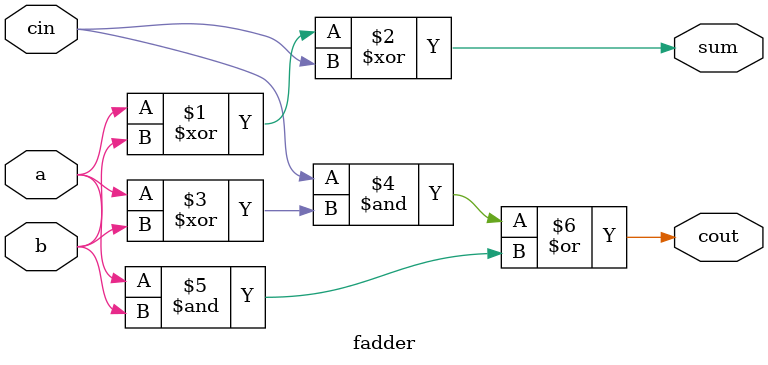
<source format=sv>
module fadder(
    input a, b, cin,
    output cout, sum );

  assign sum = a^b^cin;
  assign cout = cin&(a^b) | (a&b);
endmodule

</source>
